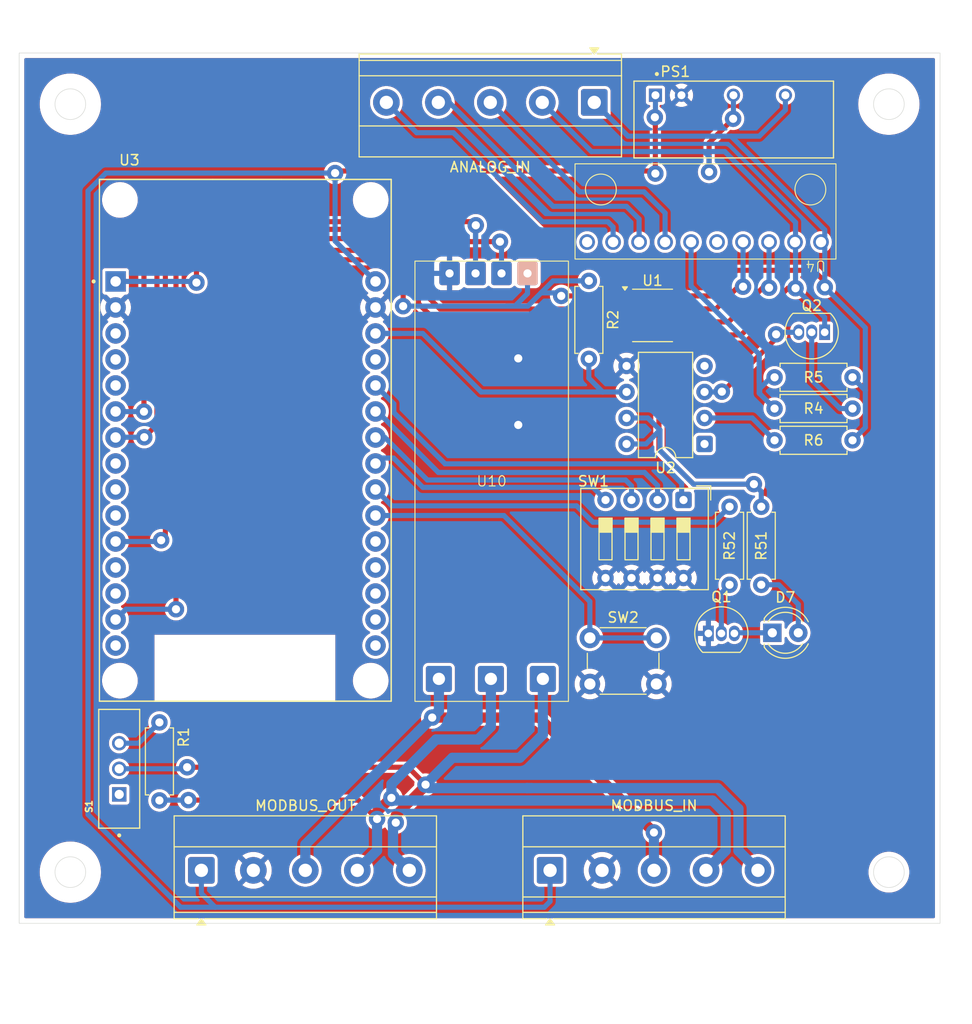
<source format=kicad_pcb>
(kicad_pcb (version 20241229) (generator "pcbnew") (generator_version "9.0")
  (layers (0 "F.Cu" signal) (2 "B.Cu" signal) (13 "F.Paste" user) (15 "B.Paste" user) (5 "F.SilkS" user "F.Silkscreen") (7 "B.SilkS" user "B.Silkscreen") (1 "F.Mask" user) (3 "B.Mask" user) (25 "Edge.Cuts" user))
  (net 0 "")
  (net 1 "Net-(D7-K)")
  (net 2 "Net-(D7-A)")
  (net 3 "GND")
  (net 4 "GND_T")
  (net 5 "5V")
  (net 6 "485+")
  (net 7 "485-")
  (net 8 "SIGNAL_OUT2")
  (net 9 "SIGNAL_OUT3")
  (net 10 "SIGNAL_OUT1")
  (net 11 "Net-(Q1-B)")
  (net 12 "3V3")
  (net 13 "LED")
  (net 14 "DIP_1")
  (net 15 "DIP_3")
  (net 16 "DIP_4")
  (net 17 "DIP_2")
  (net 18 "BUTTOM")
  (net 21 "ALE")
  (net 25 "TX")
  (net 29 "RX")
  (net 34 "SCL")
  (net 35 "SDA")
  (net 37 "SDA_H")
  (net 39 "ALE_H")
  (net 41 "SCL_H")
  (net 42 "5V_ISO")
  (net 43 "GND_ISO")
  (net 44 "Net-(R1-Pad1)")
  (net 48 "Net-(Q2-C)")
  (net 49 "Net-(Q2-B)")
  (net 50 "Net-(U2-A)")
  (footprint "xy-017:XY-017" (layer "F.Cu") (at 145.505 92 -90)
    (property "Reference" "U10" (at 0 7.45 0) (layer "F.SilkS") (effects (font (thickness 0.1))))
    (property "Value" "RS485_TRANSCEIVER")
    (pad "1" thru_hole roundrect (at -20.3 3.95 270) (size 2.3 2) (drill 0.8) (layers "*.Cu" "*.Mask" "B.SilkS") (roundrect_rratio 0.125) (net 12 "3V3"))
    (pad "2" thru_hole roundrect (at -20.3 6.49 270) (size 2.3 2) (drill 0.8) (layers "*.Cu" "*.Mask") (roundrect_rratio 0.125) (net 25 "TX"))
    (pad "3" thru_hole roundrect (at -20.3 9.03 270) (size 2.3 2) (drill 0.8) (layers "*.Cu" "*.Mask") (roundrect_rratio 0.125) (net 29 "RX"))
    (pad "4" thru_hole roundrect (at -20.3 11.57 270) (size 2.3 2) (drill 0.8) (layers "*.Cu" "*.Mask") (roundrect_rratio 0.125) (net 3 "GND"))
    (pad "5" thru_hole roundrect (at 19.3 2.45 270) (size 2.54 2.54) (drill 1.2) (layers "*.Cu" "*.Mask") (roundrect_rratio 0.09842519685) (net 6 "485+"))
    (pad "6" thru_hole roundrect (at 19.3 7.53 270) (size 2.54 2.54) (drill 1.2) (layers "*.Cu" "*.Mask") (roundrect_rratio 0.09842519685) (net 7 "485-"))
    (pad "7" thru_hole roundrect (at 19.3 12.61 270) (size 2.54 2.54) (drill 1.2) (layers "*.Cu" "*.Mask") (roundrect_rratio 0.09842519685) (net 4 "GND_T"))
  )
  (footprint "Resistor_THT:R_Axial_DIN0207_L6.3mm_D2.5mm_P7.62mm_Horizontal" (layer "F.Cu") (at 105.58 115.55 -90)
    (property "Reference" "R1" (at 1.45 -2.37 90) (layer "F.SilkS"))
    (property "Value" "330")
    (pad "1" thru_hole circle (at 0 0 270) (size 1.6 1.6) (drill 0.8) (layers "*.Cu" "*.Mask") (net 44 "Net-(R1-Pad1)"))
    (pad "2" thru_hole circle (at 7.62 0 270) (size 1.6 1.6) (drill 0.8) (layers "*.Cu" "*.Mask") (net 7 "485-"))
  )
  (footprint "Button_Switch_THT:SW_PUSH_6mm" (layer "F.Cu") (at 147.65 107.3)
    (property "Reference" "SW2" (at 3.25 -2 0) (layer "F.SilkS"))
    (property "Value" "SW_Push")
    (pad "1" thru_hole circle (at 0 0 90) (size 2 2) (drill 1.1) (layers "*.Cu" "*.Mask") (net 18 "BUTTOM"))
    (pad "1" thru_hole circle (at 6.5 0 90) (size 2 2) (drill 1.1) (layers "*.Cu" "*.Mask") (net 18 "BUTTOM"))
    (pad "2" thru_hole circle (at 0 4.5 90) (size 2 2) (drill 1.1) (layers "*.Cu" "*.Mask") (net 3 "GND"))
    (pad "2" thru_hole circle (at 6.5 4.5 90) (size 2 2) (drill 1.1) (layers "*.Cu" "*.Mask") (net 3 "GND"))
  )
  (footprint "Resistor_THT:R_Axial_DIN0207_L6.3mm_D2.5mm_P7.62mm_Horizontal" (layer "F.Cu") (at 147.55 72.43 -90)
    (property "Reference" "R2" (at 3.81 -2.37 90) (layer "F.SilkS"))
    (property "Value" "4.7K")
    (pad "1" thru_hole circle (at 0 0 270) (size 1.6 1.6) (drill 0.8) (layers "*.Cu" "*.Mask") (net 12 "3V3"))
    (pad "2" thru_hole circle (at 7.62 0 270) (size 1.6 1.6) (drill 0.8) (layers "*.Cu" "*.Mask") (net 21 "ALE"))
  )
  (footprint "Resistor_THT:R_Axial_DIN0207_L6.3mm_D2.5mm_P7.62mm_Horizontal" (layer "F.Cu") (at 173.32 84.9 180)
    (property "Reference" "R4" (at 3.81 0 0) (layer "F.SilkS"))
    (property "Value" "4.7K")
    (pad "1" thru_hole circle (at 0 0 180) (size 1.6 1.6) (drill 0.8) (layers "*.Cu" "*.Mask") (net 49 "Net-(Q2-B)"))
    (pad "2" thru_hole circle (at 7.62 0 180) (size 1.6 1.6) (drill 0.8) (layers "*.Cu" "*.Mask") (net 39 "ALE_H"))
  )
  (footprint "DC-DC:CONV_TMH_0505S" (layer "F.Cu") (at 161.71 56.673)
    (property "Reference" "PS1" (at -5.71 -4.673 0) (layer "F.SilkS"))
    (property "Value" "TMH_0505S")
    (pad "1" thru_hole rect (at -7.65 -2.373) (size 1.288 1.288) (drill 0.78) (layers "*.Cu" "*.Mask") (net 5 "5V"))
    (pad "2" thru_hole circle (at -5.11 -2.373) (size 1.288 1.288) (drill 0.78) (layers "*.Cu" "*.Mask") (net 3 "GND"))
    (pad "4" thru_hole circle (at -0.03 -2.373) (size 1.288 1.288) (drill 0.78) (layers "*.Cu" "*.Mask") (net 43 "GND_ISO"))
    (pad "6" thru_hole circle (at 5.05 -2.373) (size 1.288 1.288) (drill 0.78) (layers "*.Cu" "*.Mask") (net 42 "5V_ISO"))
  )
  (footprint "Resistor_THT:R_Axial_DIN0207_L6.3mm_D2.5mm_P7.62mm_Horizontal" (layer "F.Cu") (at 173.32 88 180)
    (property "Reference" "R6" (at 3.81 0 0) (layer "F.SilkS"))
    (property "Value" "330")
    (pad "1" thru_hole circle (at 0 0 180) (size 1.6 1.6) (drill 0.8) (layers "*.Cu" "*.Mask") (net 42 "5V_ISO"))
    (pad "2" thru_hole circle (at 7.62 0 180) (size 1.6 1.6) (drill 0.8) (layers "*.Cu" "*.Mask") (net 50 "Net-(U2-A)"))
  )
  (footprint "MINI-SPDT-SW:SW_MINI-SPDT-SW" (layer "F.Cu") (at 101.65 120.0825 90)
    (property "Reference" "S1" (at -3.683 -2.9464 90) (layer "F.SilkS") (effects (font (size 0.64 0.64))))
    (property "Value" "MINI-SPDT-SW")
    (pad "1" thru_hole rect (at -2.5 0 90) (size 1.408 1.408) (drill 0.9) (layers "*.Cu" "*.Mask"))
    (pad "2" thru_hole circle (at 0 0 90) (size 1.408 1.408) (drill 0.9) (layers "*.Cu" "*.Mask") (net 6 "485+"))
    (pad "3" thru_hole circle (at 2.5 0 90) (size 1.408 1.408) (drill 0.9) (layers "*.Cu" "*.Mask") (net 44 "Net-(R1-Pad1)"))
  )
  (footprint "LED_THT:LED_D4.0mm" (layer "F.Cu") (at 165.48 106.8)
    (property "Reference" "D7" (at 1.27 -3.46 0) (layer "F.SilkS"))
    (property "Value" "LED")
    (pad "1" thru_hole rect (at 0 0) (size 1.8 1.8) (drill 0.9) (layers "*.Cu" "*.Mask") (net 1 "Net-(D7-K)"))
    (pad "2" thru_hole circle (at 2.54 0) (size 1.8 1.8) (drill 0.9) (layers "*.Cu" "*.Mask") (net 2 "Net-(D7-A)"))
  )
  (footprint "Resistor_THT:R_Axial_DIN0207_L6.3mm_D2.5mm_P7.62mm_Horizontal" (layer "F.Cu") (at 173.32 81.85 180)
    (property "Reference" "R5" (at 3.81 0 0) (layer "F.SilkS"))
    (property "Value" "10K")
    (pad "1" thru_hole circle (at 0 0 180) (size 1.6 1.6) (drill 0.8) (layers "*.Cu" "*.Mask") (net 42 "5V_ISO"))
    (pad "2" thru_hole circle (at 7.62 0 180) (size 1.6 1.6) (drill 0.8) (layers "*.Cu" "*.Mask") (net 39 "ALE_H"))
  )
  (footprint "Resistor_THT:R_Axial_DIN0207_L6.3mm_D2.5mm_P7.62mm_Horizontal" (layer "F.Cu") (at 164.4 94.49 -90)
    (property "Reference" "R51" (at 3.81 0 90) (layer "F.SilkS"))
    (property "Value" "330")
    (pad "1" thru_hole circle (at 0 0 270) (size 1.6 1.6) (drill 0.8) (layers "*.Cu" "*.Mask") (net 5 "5V"))
    (pad "2" thru_hole circle (at 7.62 0 270) (size 1.6 1.6) (drill 0.8) (layers "*.Cu" "*.Mask") (net 2 "Net-(D7-A)"))
  )
  (footprint "TerminalBlock_Phoenix:TerminalBlock_Phoenix_MKDS-1,5-5-5.08_1x05_P5.08mm_Horizontal" (layer "F.Cu") (at 148.08 55 180)
    (property "Reference" "ANALOG_IN" (at 10.16 -6.32 0) (layer "F.SilkS"))
    (property "Value" "SCREW_TERMINAL_5")
    (pad "1" thru_hole roundrect (at 0 0 180) (size 2.6 2.6) (drill 1.3) (layers "*.Cu" "*.Mask") (roundrect_rratio 0.096154) (net 42 "5V_ISO"))
    (pad "2" thru_hole circle (at 5.08 0 180) (size 2.6 2.6) (drill 1.3) (layers "*.Cu" "*.Mask") (net 43 "GND_ISO"))
    (pad "3" thru_hole circle (at 10.16 0 180) (size 2.6 2.6) (drill 1.3) (layers "*.Cu" "*.Mask") (net 10 "SIGNAL_OUT1"))
    (pad "4" thru_hole circle (at 15.24 0 180) (size 2.6 2.6) (drill 1.3) (layers "*.Cu" "*.Mask") (net 8 "SIGNAL_OUT2"))
    (pad "5" thru_hole circle (at 20.32 0 180) (size 2.6 2.6) (drill 1.3) (layers "*.Cu" "*.Mask") (net 9 "SIGNAL_OUT3"))
  )
  (footprint "Package_DIP:DIP-8_W7.62mm" (layer "F.Cu") (at 158.855 88.36 180)
    (property "Reference" "U2" (at 3.81 -2.33 0) (layer "F.SilkS"))
    (property "Value" "6N137")
    (pad "1" thru_hole roundrect (at 0 0 180) (size 1.6 1.6) (drill 0.8) (layers "*.Cu" "*.Mask") (roundrect_rratio 0.15625))
    (pad "2" thru_hole circle (at 0 2.54 180) (size 1.6 1.6) (drill 0.8) (layers "*.Cu" "*.Mask") (net 50 "Net-(U2-A)"))
    (pad "3" thru_hole circle (at 0 5.08 180) (size 1.6 1.6) (drill 0.8) (layers "*.Cu" "*.Mask") (net 48 "Net-(Q2-C)"))
    (pad "4" thru_hole circle (at 0 7.62 180) (size 1.6 1.6) (drill 0.8) (layers "*.Cu" "*.Mask"))
    (pad "5" thru_hole circle (at 7.62 7.62 180) (size 1.6 1.6) (drill 0.8) (layers "*.Cu" "*.Mask") (net 3 "GND"))
    (pad "6" thru_hole circle (at 7.62 5.08 180) (size 1.6 1.6) (drill 0.8) (layers "*.Cu" "*.Mask") (net 21 "ALE"))
    (pad "7" thru_hole circle (at 7.62 2.54 180) (size 1.6 1.6) (drill 0.8) (layers "*.Cu" "*.Mask") (net 5 "5V"))
    (pad "8" thru_hole circle (at 7.62 0 180) (size 1.6 1.6) (drill 0.8) (layers "*.Cu" "*.Mask") (net 5 "5V"))
  )
  (footprint "Package_TO_SOT_THT:TO-92_Inline" (layer "F.Cu") (at 170.6 77.45 180)
    (property "Reference" "Q2" (at 1.27 2.6 0) (layer "F.SilkS"))
    (property "Value" "PN2222A")
    (pad "1" thru_hole rect (at 0 0 180) (size 1.05 1.5) (drill 0.75) (layers "*.Cu" "*.Mask") (net 43 "GND_ISO"))
    (pad "2" thru_hole oval (at 1.27 0 180) (size 1.05 1.5) (drill 0.75) (layers "*.Cu" "*.Mask") (net 49 "Net-(Q2-B)"))
    (pad "3" thru_hole oval (at 2.54 0 180) (size 1.05 1.5) (drill 0.75) (layers "*.Cu" "*.Mask") (net 48 "Net-(Q2-C)"))
  )
  (footprint "ads1015:ADS1015" (layer "F.Cu") (at 159.45 74.3 180)
    (property "Reference" "U4" (at -10.28 3.35 180) (layer "F.SilkS") (effects (font (thickness 0.1))))
    (property "Value" "ADS1015")
    (pad "1" thru_hole circle (at -0.63 5.66 180) (size 1.524 1.524) (drill 1.016) (layers "*.Cu" "*.Mask"))
    (pad "2" thru_hole circle (at 1.91 5.66 180) (size 1.524 1.524) (drill 1.016) (layers "*.Cu" "*.Mask") (net 39 "ALE_H"))
    (pad "3" thru_hole circle (at -8.25 5.66 180) (size 1.524 1.524) (drill 1.016) (layers "*.Cu" "*.Mask") (net 43 "GND_ISO"))
    (pad "4" thru_hole circle (at 4.45 5.66 180) (size 1.524 1.524) (drill 1.016) (layers "*.Cu" "*.Mask") (net 10 "SIGNAL_OUT1"))
    (pad "5" thru_hole circle (at 6.99 5.66 180) (size 1.524 1.524) (drill 1.016) (layers "*.Cu" "*.Mask") (net 8 "SIGNAL_OUT2"))
    (pad "6" thru_hole circle (at 9.53 5.66 180) (size 1.524 1.524) (drill 1.016) (layers "*.Cu" "*.Mask") (net 9 "SIGNAL_OUT3"))
    (pad "7" thru_hole circle (at 12.07 5.66 180) (size 1.524 1.524) (drill 1.016) (layers "*.Cu" "*.Mask"))
    (pad "8" thru_hole circle (at -10.79 5.66 180) (size 1.524 1.524) (drill 1.016) (layers "*.Cu" "*.Mask") (net 42 "5V_ISO"))
    (pad "9" thru_hole circle (at -3.17 5.66 180) (size 1.524 1.524) (drill 1.016) (layers "*.Cu" "*.Mask") (net 37 "SDA_H"))
    (pad "10" thru_hole circle (at -5.71 5.66 180) (size 1.524 1.524) (drill 1.016) (layers "*.Cu" "*.Mask") (net 41 "SCL_H"))
  )
  (footprint "TerminalBlock_Phoenix:TerminalBlock_Phoenix_MKDS-1,5-5-5.08_1x05_P5.08mm_Horizontal" (layer "F.Cu") (at 143.76 130)
    (property "Reference" "MODBUS_IN" (at 10.16 -6.32 0) (layer "F.SilkS"))
    (property "Value" "SCREW_TERMINAL_5")
    (pad "1" thru_hole roundrect (at 0 0) (size 2.6 2.6) (drill 1.3) (layers "*.Cu" "*.Mask") (roundrect_rratio 0.096154) (net 5 "5V"))
    (pad "2" thru_hole circle (at 5.08 0) (size 2.6 2.6) (drill 1.3) (layers "*.Cu" "*.Mask") (net 3 "GND"))
    (pad "3" thru_hole circle (at 10.16 0) (size 2.6 2.6) (drill 1.3) (layers "*.Cu" "*.Mask") (net 4 "GND_T"))
    (pad "4" thru_hole circle (at 15.24 0) (size 2.6 2.6) (drill 1.3) (layers "*.Cu" "*.Mask") (net 7 "485-"))
    (pad "5" thru_hole circle (at 20.32 0) (size 2.6 2.6) (drill 1.3) (layers "*.Cu" "*.Mask") (net 6 "485+"))
  )
  (footprint "ESP32-DEVKIT-V1:MODULE_ESP32_DEVKIT_V1" (layer "F.Cu") (at 114 88)
    (property "Reference" "U3" (at -11.355 -27.36 0) (layer "F.SilkS"))
    (property "Value" "ESP32-DEVKIT-V1")
    (pad "" np_thru_hole circle (at -12.28 -23.475) (size 3 3) (drill 3) (layers "*.Cu" "*.Mask"))
    (pad "" np_thru_hole circle (at -12.28 23.475) (size 3 3) (drill 3) (layers "*.Cu" "*.Mask"))
    (pad "" np_thru_hole circle (at 12.23 -23.475) (size 3 3) (drill 3) (layers "*.Cu" "*.Mask"))
    (pad "" np_thru_hole circle (at 12.23 23.475) (size 3 3) (drill 3) (layers "*.Cu" "*.Mask"))
    (pad "1" thru_hole rect (at -12.7 -15.515) (size 2 2) (drill 1.02) (layers "*.Cu" "*.Mask") (net 12 "3V3"))
    (pad "2" thru_hole circle (at -12.7 -12.975) (size 2 2) (drill 1.02) (layers "*.Cu" "*.Mask") (net 3 "GND"))
    (pad "3" thru_hole circle (at -12.7 -10.435) (size 2 2) (drill 1.02) (layers "*.Cu" "*.Mask"))
    (pad "4" thru_hole circle (at -12.7 -7.895) (size 2 2) (drill 1.02) (layers "*.Cu" "*.Mask"))
    (pad "5" thru_hole circle (at -12.7 -5.355) (size 2 2) (drill 1.02) (layers "*.Cu" "*.Mask"))
    (pad "6" thru_hole circle (at -12.7 -2.815) (size 2 2) (drill 1.02) (layers "*.Cu" "*.Mask") (net 29 "RX"))
    (pad "7" thru_hole circle (at -12.7 -0.275) (size 2 2) (drill 1.02) (layers "*.Cu" "*.Mask") (net 25 "TX"))
    (pad "8" thru_hole circle (at -12.7 2.265) (size 2 2) (drill 1.02) (layers "*.Cu" "*.Mask"))
    (pad "9" thru_hole circle (at -12.7 4.805) (size 2 2) (drill 1.02) (layers "*.Cu" "*.Mask"))
    (pad "10" thru_hole circle (at -12.7 7.345) (size 2 2) (drill 1.02) (layers "*.Cu" "*.Mask"))
    (pad "11" thru_hole circle (at -12.7 9.885) (size 2 2) (drill 1.02) (layers "*.Cu" "*.Mask") (net 35 "SDA"))
    (pad "12" thru_hole circle (at -12.7 12.425) (size 2 2) (drill 1.02) (layers "*.Cu" "*.Mask"))
    (pad "13" thru_hole circle (at -12.7 14.965) (size 2 2) (drill 1.02) (layers "*.Cu" "*.Mask"))
    (pad "14" thru_hole circle (at -12.7 17.505) (size 2 2) (drill 1.02) (layers "*.Cu" "*.Mask") (net 34 "SCL"))
    (pad "15" thru_hole circle (at -12.7 20.045) (size 2 2) (drill 1.02) (layers "*.Cu" "*.Mask"))
    (pad "16" thru_hole circle (at 12.7 20.045) (size 2 2) (drill 1.02) (layers "*.Cu" "*.Mask"))
    (pad "17" thru_hole circle (at 12.7 17.505) (size 2 2) (drill 1.02) (layers "*.Cu" "*.Mask"))
    (pad "18" thru_hole circle (at 12.7 14.965) (size 2 2) (drill 1.02) (layers "*.Cu" "*.Mask"))
    (pad "19" thru_hole circle (at 12.7 12.425) (size 2 2) (drill 1.02) (layers "*.Cu" "*.Mask"))
    (pad "20" thru_hole circle (at 12.7 9.885) (size 2 2) (drill 1.02) (layers "*.Cu" "*.Mask"))
    (pad "21" thru_hole circle (at 12.7 7.345) (size 2 2) (drill 1.02) (layers "*.Cu" "*.Mask") (net 18 "BUTTOM"))
    (pad "22" thru_hole circle (at 12.7 4.805) (size 2 2) (drill 1.02) (layers "*.Cu" "*.Mask") (net 13 "LED"))
    (pad "23" thru_hole circle (at 12.7 2.265) (size 2 2) (drill 1.02) (layers "*.Cu" "*.Mask") (net 16 "DIP_4"))
    (pad "24" thru_hole circle (at 12.7 -0.275) (size 2 2) (drill 1.02) (layers "*.Cu" "*.Mask") (net 15 "DIP_3"))
    (pad "25" thru_hole circle (at 12.7 -2.815) (size 2 2) (drill 1.02) (layers "*.Cu" "*.Mask") (net 17 "DIP_2"))
    (pad "26" thru_hole circle (at 12.7 -5.355) (size 2 2) (drill 1.02) (layers "*.Cu" "*.Mask") (net 14 "DIP_1"))
    (pad "27" thru_hole circle (at 12.7 -7.895) (size 2 2) (drill 1.02) (layers "*.Cu" "*.Mask"))
    (pad "28" thru_hole circle (at 12.7 -10.435) (size 2 2) (drill 1.02) (layers "*.Cu" "*.Mask") (net 21 "ALE"))
    (pad "29" thru_hole circle (at 12.7 -12.975) (size 2 2) (drill 1.02) (layers "*.Cu" "*.Mask") (net 3 "GND"))
    (pad "30" thru_hole circle (at 12.7 -15.515) (size 2 2) (drill 1.02) (layers "*.Cu" "*.Mask") (net 5 "5V"))
    (zone (net 0) (net_name "") (layer "F.Cu") (connect_pads (clearance 0)) (min_thickness 0.01)
      (keepout (tracks not_allowed) (vias not_allowed) (pads not_allowed) (copperpour not_allowed) (footprints allowed))
      (fill (thermal_gap 0.508) (thermal_bridge_width 0.508))
      (polygon (pts (xy 105.09 106.985) (xy 122.78 106.985) (xy 122.78 113.475) (xy 105.09 113.475)))
    )
    (zone (net 0) (net_name "") (layer "B.Cu") (connect_pads (clearance 0)) (min_thickness 0.01)
      (keepout (tracks not_allowed) (vias not_allowed) (pads not_allowed) (copperpour not_allowed) (footprints allowed))
      (fill (thermal_gap 0.508) (thermal_bridge_width 0.508))
      (polygon (pts (xy 105.09 106.985) (xy 122.78 106.985) (xy 122.78 113.475) (xy 105.09 113.475)))
    )
  )
  (footprint "Package_TO_SOT_THT:TO-92_Inline" (layer "F.Cu") (at 159.23 106.86)
    (property "Reference" "Q1" (at 1.27 -3.56 0) (layer "F.SilkS"))
    (property "Value" "PN2222A")
    (pad "1" thru_hole rect (at 0 0) (size 1.05 1.5) (drill 0.75) (layers "*.Cu" "*.Mask") (net 3 "GND"))
    (pad "2" thru_hole oval (at 1.27 0) (size 1.05 1.5) (drill 0.75) (layers "*.Cu" "*.Mask") (net 11 "Net-(Q1-B)"))
    (pad "3" thru_hole oval (at 2.54 0) (size 1.05 1.5) (drill 0.75) (layers "*.Cu" "*.Mask") (net 1 "Net-(D7-K)"))
  )
  (footprint "Button_Switch_THT:SW_DIP_SPSTx04_Slide_9.78x12.34mm_W7.62mm_P2.54mm" (layer "F.Cu") (at 156.8 93.83 -90)
    (property "Reference" "SW1" (at -1.83 8.8 180) (layer "F.SilkS"))
    (property "Value" "SW_DIP_x04")
    (pad "1" thru_hole roundrect (at 0 0 270) (size 1.6 1.6) (drill 0.8) (layers "*.Cu" "*.Mask") (roundrect_rratio 0.15625) (net 14 "DIP_1"))
    (pad "2" thru_hole circle (at 0 2.54 270) (size 1.6 1.6) (drill 0.8) (layers "*.Cu" "*.Mask") (net 17 "DIP_2"))
    (pad "3" thru_hole circle (at 0 5.08 270) (size 1.6 1.6) (drill 0.8) (layers "*.Cu" "*.Mask") (net 15 "DIP_3"))
    (pad "4" thru_hole circle (at 0 7.62 270) (size 1.6 1.6) (drill 0.8) (layers "*.Cu" "*.Mask") (net 16 "DIP_4"))
    (pad "5" thru_hole circle (at 7.62 7.62 270) (size 1.6 1.6) (drill 0.8) (layers "*.Cu" "*.Mask") (net 3 "GND"))
    (pad "6" thru_hole circle (at 7.62 5.08 270) (size 1.6 1.6) (drill 0.8) (layers "*.Cu" "*.Mask") (net 3 "GND"))
    (pad "7" thru_hole circle (at 7.62 2.54 270) (size 1.6 1.6) (drill 0.8) (layers "*.Cu" "*.Mask") (net 3 "GND"))
    (pad "8" thru_hole circle (at 7.62 0 270) (size 1.6 1.6) (drill 0.8) (layers "*.Cu" "*.Mask") (net 3 "GND"))
  )
  (footprint "Package_SO:SOIC-8_3.9x4.9mm_P1.27mm" (layer "F.Cu") (at 153.775 75.805)
    (property "Reference" "U1" (at 0 -3.4 0) (layer "F.SilkS"))
    (property "Value" "ADuM1201AR")
    (pad "1" smd roundrect (at -2.475 -1.905) (size 1.95 0.6) (layers "F.Cu" "F.Mask" "F.Paste") (net 12 "3V3"))
    (pad "2" smd roundrect (at -2.475 -0.635) (size 1.95 0.6) (layers "F.Cu" "F.Mask" "F.Paste") (net 35 "SDA"))
    (pad "3" smd roundrect (at -2.475 0.635) (size 1.95 0.6) (layers "F.Cu" "F.Mask" "F.Paste") (net 34 "SCL"))
    (pad "4" smd roundrect (at -2.475 1.905) (size 1.95 0.6) (layers "F.Cu" "F.Mask" "F.Paste") (net 3 "GND"))
    (pad "5" smd roundrect (at 2.475 1.905) (size 1.95 0.6) (layers "F.Cu" "F.Mask" "F.Paste") (net 43 "GND_ISO"))
    (pad "6" smd roundrect (at 2.475 0.635) (size 1.95 0.6) (layers "F.Cu" "F.Mask" "F.Paste") (net 41 "SCL_H"))
    (pad "7" smd roundrect (at 2.475 -0.635) (size 1.95 0.6) (layers "F.Cu" "F.Mask" "F.Paste") (net 37 "SDA_H"))
    (pad "8" smd roundrect (at 2.475 -1.905) (size 1.95 0.6) (layers "F.Cu" "F.Mask" "F.Paste") (net 42 "5V_ISO"))
  )
  (footprint "TerminalBlock_Phoenix:TerminalBlock_Phoenix_MKDS-1,5-5-5.08_1x05_P5.08mm_Horizontal" (layer "F.Cu") (at 109.68 130)
    (property "Reference" "MODBUS_OUT" (at 10.16 -6.32 0) (layer "F.SilkS"))
    (property "Value" "SCREW_TERMINAL_5")
    (pad "1" thru_hole roundrect (at 0 0) (size 2.6 2.6) (drill 1.3) (layers "*.Cu" "*.Mask") (roundrect_rratio 0.096154) (net 5 "5V"))
    (pad "2" thru_hole circle (at 5.08 0) (size 2.6 2.6) (drill 1.3) (layers "*.Cu" "*.Mask") (net 3 "GND"))
    (pad "3" thru_hole circle (at 10.16 0) (size 2.6 2.6) (drill 1.3) (layers "*.Cu" "*.Mask") (net 4 "GND_T"))
    (pad "4" thru_hole circle (at 15.24 0) (size 2.6 2.6) (drill 1.3) (layers "*.Cu" "*.Mask") (net 7 "485-"))
    (pad "5" thru_hole circle (at 20.32 0) (size 2.6 2.6) (drill 1.3) (layers "*.Cu" "*.Mask") (net 6 "485+"))
  )
  (footprint "Resistor_THT:R_Axial_DIN0207_L6.3mm_D2.5mm_P7.62mm_Horizontal" (layer "F.Cu") (at 161.3 102.11 90)
    (property "Reference" "R52" (at 3.81 0 90) (layer "F.SilkS"))
    (property "Value" "3.3k")
    (pad "1" thru_hole circle (at 0 0 90) (size 1.6 1.6) (drill 0.8) (layers "*.Cu" "*.Mask") (net 11 "Net-(Q1-B)"))
    (pad "2" thru_hole circle (at 7.62 0 90) (size 1.6 1.6) (drill 0.8) (layers "*.Cu" "*.Mask") (net 13 "LED"))
  )
  (gr_rect (start 91.875 50.175) (end 181.875 135.175) (stroke (width 0.05)) (fill no) (layer "Edge.Cuts"))
  (gr_circle (center 176.875 130.175) (end 175.375 130.175) (stroke (width 0.05)) (fill no) (layer "Edge.Cuts"))
  (gr_circle (center 96.875 130.175) (end 95.375 130.175) (stroke (width 0.05)) (fill no) (layer "Edge.Cuts"))
  (gr_circle (center 176.875 55.175) (end 175.375 55.175) (stroke (width 0.05)) (fill no) (layer "Edge.Cuts"))
  (gr_circle (center 96.875 55.175) (end 95.375 55.175) (stroke (width 0.05)) (fill no) (layer "Edge.Cuts"))
  (segment (start 165.48 106.8) (end 161.83 106.8) (width 0.5) (layer "B.Cu") (net 1))
  (segment (start 161.83 106.8) (end 161.77 106.86) (width 0.5) (layer "B.Cu") (net 1))
  (segment (start 164.4 102.11) (end 166.11 102.11) (width 0.5) (layer "B.Cu") (net 2))
  (segment (start 168.02 104.02) (end 168.02 106.8) (width 0.5) (layer "B.Cu") (net 2))
  (segment (start 166.11 102.11) (end 168.02 104.02) (width 0.5) (layer "B.Cu") (net 2))
  (via (at 140.65 86.5) (size 1.6) (drill 0.8) (layers "F.Cu" "B.Cu") (net 3))
  (via (at 140.65 80) (size 1.6) (drill 0.8) (layers "F.Cu" "B.Cu") (net 3))
  (segment (start 153.98 126.37) (end 153.91 126.3) (width 1) (layer "F.Cu") (net 4))
  (segment (start 142.69 115.08) (end 132.24 115.08) (width 1) (layer "F.Cu") (net 4))
  (segment (start 153.91 126.3) (end 142.69 115.08) (width 1) (layer "F.Cu") (net 4))
  (via (at 132.24 115.08) (size 1.6) (drill 0.8) (layers "F.Cu" "B.Cu") (net 4))
  (via (at 153.91 126.3) (size 1.6) (drill 0.8) (layers "F.Cu" "B.Cu") (net 4))
  (segment (start 153.91 126.3) (end 153.91 129.99) (width 1) (layer "B.Cu") (net 4))
  (segment (start 130.81 116.51) (end 132.24 115.08) (width 1) (layer "B.Cu") (net 4))
  (segment (start 119.84 130) (end 119.84 127.48) (width 1) (layer "B.Cu") (net 4))
  (segment (start 132.895 114.425) (end 130.81 116.51) (width 1) (layer "B.Cu") (net 4))
  (segment (start 153.91 129.99) (end 153.92 130) (width 1) (layer "B.Cu") (net 4))
  (segment (start 119.84 127.48) (end 130.81 116.51) (width 1) (layer "B.Cu") (net 4))
  (segment (start 132.895 111.3) (end 132.895 114.425) (width 1) (layer "B.Cu") (net 4))
  (segment (start 132.895 114.425) (end 132.24 115.08) (width 1) (layer "B.Cu") (net 4))
  (segment (start 152 70.5) (end 154.4 72.9) (width 0.5) (layer "F.Cu") (net 5))
  (segment (start 134.35 61.7) (end 122.95 61.7) (width 0.5) (layer "F.Cu") (net 5))
  (segment (start 134.35 61.7) (end 136.85 61.7) (width 0.5) (layer "F.Cu") (net 5))
  (segment (start 134.35 61.7) (end 134.576594 61.7) (width 0.5) (layer "F.Cu") (net 5))
  (segment (start 154.4 72.9) (end 154.4 88.9) (width 0.5) (layer "F.Cu") (net 5))
  (segment (start 154.05 56.5) (end 154 56.45) (width 0.5) (layer "F.Cu") (net 5))
  (segment (start 122.95 61.7) (end 122.75 61.9) (width 0.5) (layer "F.Cu") (net 5))
  (segment (start 157.78 92.28) (end 163.68 92.28) (width 0.5) (layer "F.Cu") (net 5))
  (segment (start 154.4 88.9) (end 157.78 92.28) (width 0.5) (layer "F.Cu") (net 5))
  (segment (start 153.8 61.7) (end 154.05 61.95) (width 0.5) (layer "F.Cu") (net 5))
  (segment (start 145.65 70.5) (end 152 70.5) (width 0.5) (layer "F.Cu") (net 5))
  (segment (start 136.85 61.7) (end 145.65 70.5) (width 0.5) (layer "F.Cu") (net 5))
  (segment (start 136.85 61.7) (end 153.8 61.7) (width 0.5) (layer "F.Cu") (net 5))
  (segment (start 154.05 61.95) (end 154.05 56.5) (width 0.5) (layer "F.Cu") (net 5))
  (via (at 163.68 92.28) (size 1.6) (drill 0.8) (layers "F.Cu" "B.Cu") (net 5))
  (via (at 154.05 61.95) (size 1.6) (drill 0.8) (layers "F.Cu" "B.Cu") (net 5))
  (via (at 122.75 61.9) (size 1.6) (drill 0.8) (layers "F.Cu" "B.Cu") (net 5))
  (via (at 154 56.45) (size 1.6) (drill 0.8) (layers "F.Cu" "B.Cu") (net 5))
  (segment (start 164.4 93) (end 163.68 92.28) (width 0.5) (layer "B.Cu") (net 5))
  (segment (start 154.5 87) (end 154.5 89) (width 0.5) (layer "B.Cu") (net 5))
  (segment (start 154.06 56.39) (end 154 56.45) (width 0.5) (layer "B.Cu") (net 5))
  (segment (start 111.03 133.6) (end 109.68 132.25) (width 0.5) (layer "B.Cu") (net 5))
  (segment (start 154.06 54.3) (end 154.06 56.39) (width 0.5) (layer "B.Cu") (net 5))
  (segment (start 126.7 72.485) (end 122.75 68.535) (width 0.5) (layer "B.Cu") (net 5))
  (segment (start 100.35 61.9) (end 98.6 63.65) (width 0.5) (layer "B.Cu") (net 5))
  (segment (start 154.5 89) (end 157.78 92.28) (width 0.5) (layer "B.Cu") (net 5))
  (segment (start 143.76 133.04) (end 143.2 133.6) (width 0.5) (layer "B.Cu") (net 5))
  (segment (start 154.5 87) (end 153.14 88.36) (width 0.5) (layer "B.Cu") (net 5))
  (segment (start 107.65 133.6) (end 111.03 133.6) (width 0.5) (layer "B.Cu") (net 5))
  (segment (start 151.235 85.82) (end 153.32 85.82) (width 0.5) (layer "B.Cu") (net 5))
  (segment (start 98.6 63.65) (end 98.6 124.55) (width 0.5) (layer "B.Cu") (net 5))
  (segment (start 164.4 94.49) (end 164.4 93) (width 0.5) (layer "B.Cu") (net 5))
  (segment (start 122.75 68.535) (end 122.75 61.9) (width 0.5) (layer "B.Cu") (net 5))
  (segment (start 143.76 130) (end 143.76 133.04) (width 0.5) (layer "B.Cu") (net 5))
  (segment (start 157.78 92.28) (end 163.68 92.28) (width 0.5) (layer "B.Cu") (net 5))
  (segment (start 98.6 124.55) (end 107.65 133.6) (width 0.5) (layer "B.Cu") (net 5))
  (segment (start 109.68 132.25) (end 109.68 130) (width 0.5) (layer "B.Cu") (net 5))
  (segment (start 122.75 61.9) (end 100.35 61.9) (width 0.5) (layer "B.Cu") (net 5))
  (segment (start 153.32 85.82) (end 153.5 86) (width 0.5) (layer "B.Cu") (net 5))
  (segment (start 153.14 88.36) (end 151.235 88.36) (width 0.5) (layer "B.Cu") (net 5))
  (segment (start 153.5 86) (end 154.5 87) (width 0.5) (layer "B.Cu") (net 5))
  (segment (start 143.2 133.6) (end 111.03 133.6) (width 0.5) (layer "B.Cu") (net 5))
  (segment (start 131.59 121.63) (end 129.89 119.93) (width 0.5) (layer "F.Cu") (net 6))
  (segment (start 129.89 119.93) (end 108.29 119.93) (width 0.5) (layer "F.Cu") (net 6))
  (segment (start 131.59 121.73) (end 128.68 124.64) (width 1) (layer "F.Cu") (net 6))
  (segment (start 128.68 124.64) (end 128.68 125.34) (width 1) (layer "F.Cu") (net 6))
  (segment (start 131.59 121.63) (end 131.59 121.73) (width 1) (layer "F.Cu") (net 6))
  (via (at 131.59 121.63) (size 1.6) (drill 0.8) (layers "F.Cu" "B.Cu") (net 6))
  (via (at 108.29 119.93) (size 1.6) (drill 0.8) (layers "F.Cu" "B.Cu") (net 6))
  (via (at 128.68 125.34) (size 1.6) (drill 0.8) (layers "F.Cu" "B.Cu") (net 6))
  (segment (start 108.1375 120.0825) (end 108.29 119.93) (width 0.5) (layer "B.Cu") (net 6))
  (segment (start 128.41 128.41) (end 128.41 125.61) (width 1) (layer "B.Cu") (net 6))
  (segment (start 130 130) (end 128.41 128.41) (width 1) (layer "B.Cu") (net 6))
  (segment (start 101.65 120.0825) (end 108.1375 120.0825) (width 0.5) (layer "B.Cu") (net 6))
  (segment (start 162.172 128.092) (end 162.172 123.985) (width 1) (layer "B.Cu") (net 6))
  (segment (start 128.41 125.61) (end 128.68 125.34) (width 1) (layer "B.Cu") (net 6))
  (segment (start 160.135 121.97) (end 162.15 123.985) (width 1) (layer "B.Cu") (net 6))
  (segment (start 131.93 121.97) (end 141.48 121.97) (width 1) (layer "B.Cu") (net 6))
  (segment (start 140.79 119.01) (end 143.055 116.745) (width 1) (layer "B.Cu") (net 6))
  (segment (start 141.97 121.97) (end 141.48 121.97) (width 1) (layer "B.Cu") (net 6))
  (segment (start 131.59 121.63) (end 134.21 119.01) (width 1) (layer "B.Cu") (net 6))
  (segment (start 164.08 130) (end 162.172 128.092) (width 1) (layer "B.Cu") (net 6))
  (segment (start 141.48 121.97) (end 160.135 121.97) (width 1) (layer "B.Cu") (net 6))
  (segment (start 143.055 116.745) (end 143.055 111.3) (width 1) (layer "B.Cu") (net 6))
  (segment (start 134.21 119.01) (end 140.79 119.01) (width 1) (layer "B.Cu") (net 6))
  (segment (start 131.59 121.63) (end 131.93 121.97) (width 1) (layer "B.Cu") (net 6))
  (segment (start 143.055 111.3) (end 143.16 111.405) (width 1) (layer "B.Cu") (net 6))
  (segment (start 164.08 129.18) (end 164.08 130) (width 1) (layer "B.Cu") (net 6))
  (segment (start 128.197968 122.93) (end 128.253984 122.93) (width 1) (layer "F.Cu") (net 7))
  (segment (start 125.01 123.14) (end 108.41 123.14) (width 0.5) (layer "F.Cu") (net 7))
  (segment (start 126.85 124.98) (end 126.85 124.277968) (width 1) (layer "F.Cu") (net 7))
  (segment (start 126.85 124.277968) (end 128.197968 122.93) (width 1) (layer "F.Cu") (net 7))
  (segment (start 126.85 124.98) (end 125.01 123.14) (width 0.5) (layer "F.Cu") (net 7))
  (via (at 128.253984 122.93) (size 1.6) (drill 0.8) (layers "F.Cu" "B.Cu") (net 7))
  (via (at 108.41 123.14) (size 1.6) (drill 0.8) (layers "F.Cu" "B.Cu") (net 7))
  (via (at 126.85 124.98) (size 1.6) (drill 0.8) (layers "F.Cu" "B.Cu") (net 7))
  (segment (start 128.253984 121.573072) (end 132.607056 117.22) (width 1) (layer "B.Cu") (net 7))
  (segment (start 124.92 130) (end 126.85 128.07) (width 1) (layer "B.Cu") (net 7))
  (segment (start 159 130) (end 160.92 128.08) (width 1) (layer "B.Cu") (net 7))
  (segment (start 128.253984 122.93) (end 128.253984 121.573072) (width 1) (layer "B.Cu") (net 7))
  (segment (start 137.975 115.975) (end 137.975 111.3) (width 1) (layer "B.Cu") (net 7))
  (segment (start 160.92 124.47) (end 159.63 123.18) (width 1) (layer "B.Cu") (net 7))
  (segment (start 105.61 123.14) (end 105.58 123.17) (width 0.5) (layer "B.Cu") (net 7))
  (segment (start 136.73 117.22) (end 137.975 115.975) (width 1) (layer "B.Cu") (net 7))
  (segment (start 108.41 123.14) (end 105.61 123.14) (width 0.5) (layer "B.Cu") (net 7))
  (segment (start 160.92 128.08) (end 160.92 124.47) (width 1) (layer "B.Cu") (net 7))
  (segment (start 132.607056 117.22) (end 136.73 117.22) (width 1) (layer "B.Cu") (net 7))
  (segment (start 126.85 128.07) (end 126.85 124.98) (width 1) (layer "B.Cu") (net 7))
  (segment (start 128.503984 123.18) (end 128.253984 122.93) (width 1) (layer "B.Cu") (net 7))
  (segment (start 159.63 123.18) (end 128.503984 123.18) (width 1) (layer "B.Cu") (net 7))
  (segment (start 152.46 68.64) (end 152.46 66.39) (width 0.5) (layer "B.Cu") (net 8))
  (segment (start 133.9 55) (end 132.84 55) (width 0.5) (layer "B.Cu") (net 8))
  (segment (start 144.05 65.15) (end 133.9 55) (width 0.5) (layer "B.Cu") (net 8))
  (segment (start 151.22 65.15) (end 144.05 65.15) (width 0.5) (layer "B.Cu") (net 8))
  (segment (start 152.46 66.39) (end 151.22 65.15) (width 0.5) (layer "B.Cu") (net 8))
  (segment (start 149.92 67.18) (end 149.92 68.64) (width 0.5) (layer "B.Cu") (net 9))
  (segment (start 143.01 66.66) (end 149.4 66.66) (width 0.5) (layer "B.Cu") (net 9))
  (segment (start 149.4 66.66) (end 149.92 67.18) (width 0.5) (layer "B.Cu") (net 9))
  (segment (start 134.31 57.96) (end 143.01 66.66) (width 0.5) (layer "B.Cu") (net 9))
  (segment (start 127.76 55) (end 130.72 57.96) (width 0.5) (layer "B.Cu") (net 9))
  (segment (start 130.72 57.96) (end 134.31 57.96) (width 0.5) (layer "B.Cu") (net 9))
  (segment (start 155 65.8) (end 152.94 63.74) (width 0.5) (layer "B.Cu") (net 10))
  (segment (start 152.94 63.74) (end 146.66 63.74) (width 0.5) (layer "B.Cu") (net 10))
  (segment (start 146.66 63.74) (end 137.92 55) (width 0.5) (layer "B.Cu") (net 10))
  (segment (start 155 68.64) (end 155 65.8) (width 0.5) (layer "B.Cu") (net 10))
  (segment (start 160.500001 102.909999) (end 161.3 102.11) (width 0.5) (layer "B.Cu") (net 11))
  (segment (start 160.5 106.86) (end 160.5 103.66) (width 0.5) (layer "B.Cu") (net 11))
  (segment (start 160.5 103.66) (end 160.500001 102.909999) (width 0.5) (layer "B.Cu") (net 11))
  (segment (start 129.4 71.55) (end 129.4 74.9) (width 0.5) (layer "F.Cu") (net 12))
  (segment (start 151.3 73.9) (end 144.85 73.9) (width 0.5) (layer "F.Cu") (net 12))
  (segment (start 128.22 70.37) (end 129.4 71.55) (width 0.5) (layer "F.Cu") (net 12))
  (segment (start 109.2 71.48) (end 110.31 70.37) (width 0.5) (layer "F.Cu") (net 12))
  (segment (start 109.2 72.6) (end 109.2 71.48) (width 0.5) (layer "F.Cu") (net 12))
  (segment (start 110.31 70.37) (end 128.22 70.37) (width 0.5) (layer "F.Cu") (net 12))
  (via (at 144.85 73.9) (size 1.6) (drill 0.8) (layers "F.Cu" "B.Cu") (net 12))
  (via (at 109.2 72.6) (size 1.6) (drill 0.8) (layers "F.Cu" "B.Cu") (net 12))
  (via (at 129.4 74.9) (size 1.6) (drill 0.8) (layers "F.Cu" "B.Cu") (net 12))
  (segment (start 144.555 73.605) (end 144.85 73.9) (width 0.5) (layer "B.Cu") (net 12))
  (segment (start 109.2 72.6) (end 109.085 72.485) (width 0.5) (layer "B.Cu") (net 12))
  (segment (start 141.555 73.665) (end 141.555 71.7) (width 0.5) (layer "B.Cu") (net 12))
  (segment (start 140.32 74.9) (end 141.555 73.665) (width 0.5) (layer "B.Cu") (net 12))
  (segment (start 147.47 72.35) (end 147.55 72.43) (width 0.5) (layer "B.Cu") (net 12))
  (segment (start 139.505 74.9) (end 140.32 74.9) (width 0.5) (layer "B.Cu") (net 12))
  (segment (start 142.875 73.605) (end 144.05 72.43) (width 0.5) (layer "B.Cu") (net 12))
  (segment (start 129.4 74.9) (end 139.505 74.9) (width 0.5) (layer "B.Cu") (net 12))
  (segment (start 142.875 73.605) (end 144.555 73.605) (width 0.5) (layer "B.Cu") (net 12))
  (segment (start 139.505 74.9) (end 141.58 74.9) (width 0.5) (layer "B.Cu") (net 12))
  (segment (start 142.875 73.605) (end 141.58 74.9) (width 0.5) (layer "B.Cu") (net 12))
  (segment (start 109.085 72.485) (end 101.3 72.485) (width 0.5) (layer "B.Cu") (net 12))
  (segment (start 144.05 72.43) (end 147.55 72.43) (width 0.5) (layer "B.Cu") (net 12))
  (segment (start 159.79 96) (end 147.95 96) (width 0.5) (layer "B.Cu") (net 13))
  (segment (start 147.95 96) (end 146.35 94.4) (width 0.5) (layer "B.Cu") (net 13))
  (segment (start 161.3 94.49) (end 159.79 96) (width 0.5) (layer "B.Cu") (net 13))
  (segment (start 128.295 94.4) (end 126.7 92.805) (width 0.5) (layer "B.Cu") (net 13))
  (segment (start 146.35 94.4) (end 128.295 94.4) (width 0.5) (layer "B.Cu") (net 13))
  (segment (start 128.4925 84.4375) (end 128.4925 85.2925) (width 0.5) (layer "B.Cu") (net 14))
  (segment (start 128.4925 85.2925) (end 133.5 90.3) (width 0.5) (layer "B.Cu") (net 14))
  (segment (start 156.62 92.22) (end 156.62 93.65) (width 0.5) (layer "B.Cu") (net 14))
  (segment (start 133.5 90.3) (end 154.7 90.3) (width 0.5) (layer "B.Cu") (net 14))
  (segment (start 126.7 82.645) (end 128.4925 84.4375) (width 0.5) (layer "B.Cu") (net 14))
  (segment (start 154.7 90.3) (end 156.62 92.22) (width 0.5) (layer "B.Cu") (net 14))
  (segment (start 156.62 93.65) (end 156.8 93.83) (width 0.5) (layer "B.Cu") (net 14))
  (segment (start 131.77 91.88) (end 151.14 91.88) (width 0.5) (layer "B.Cu") (net 15))
  (segment (start 151.14 91.88) (end 151.72 92.46) (width 0.5) (layer "B.Cu") (net 15))
  (segment (start 127.615 87.725) (end 131.77 91.88) (width 0.5) (layer "B.Cu") (net 15))
  (segment (start 126.7 87.725) (end 127.615 87.725) (width 0.5) (layer "B.Cu") (net 15))
  (segment (start 151.72 92.46) (end 151.72 93.83) (width 0.5) (layer "B.Cu") (net 15))
  (segment (start 128.46 89.73) (end 127.235 89.73) (width 0.5) (layer "B.Cu") (net 16))
  (segment (start 149.18 93.83) (end 147.95 92.6) (width 0.5) (layer "B.Cu") (net 16))
  (segment (start 147.95 92.6) (end 131.33 92.6) (width 0.5) (layer "B.Cu") (net 16))
  (segment (start 131.33 92.6) (end 128.46 89.73) (width 0.5) (layer "B.Cu") (net 16))
  (segment (start 127.235 89.73) (end 126.7 90.265) (width 0.5) (layer "B.Cu") (net 16))
  (segment (start 152.99 91.14) (end 132.84 91.14) (width 0.5) (layer "B.Cu") (net 17))
  (segment (start 154.26 92.41) (end 152.99 91.14) (width 0.5) (layer "B.Cu") (net 17))
  (segment (start 132.84 91.14) (end 126.885 85.185) (width 0.5) (layer "B.Cu") (net 17))
  (segment (start 126.885 85.185) (end 126.7 85.185) (width 0.5) (layer "B.Cu") (net 17))
  (segment (start 154.26 93.83) (end 154.26 92.41) (width 0.5) (layer "B.Cu") (net 17))
  (segment (start 139.245 95.345) (end 126.7 95.345) (width 0.5) (layer "B.Cu") (net 18))
  (segment (start 147.65 103.75) (end 139.245 95.345) (width 0.5) (layer "B.Cu") (net 18))
  (segment (start 154.15 107.3) (end 147.65 107.3) (width 0.5) (layer "B.Cu") (net 18))
  (segment (start 147.65 107.3) (end 147.65 103.75) (width 0.5) (layer "B.Cu") (net 18))
  (segment (start 131.315 77.565) (end 137.03 83.28) (width 0.5) (layer "B.Cu") (net 21))
  (segment (start 147.55 80.05) (end 147.55 81.93) (width 0.5) (layer "B.Cu") (net 21))
  (segment (start 148.9 83.28) (end 151.235 83.28) (width 0.5) (layer "B.Cu") (net 21))
  (segment (start 127.8 77.565) (end 126.7 77.565) (width 0.5) (layer "B.Cu") (net 21))
  (segment (start 127.8 77.565) (end 131.315 77.565) (width 0.5) (layer "B.Cu") (net 21))
  (segment (start 147.55 81.93) (end 148.9 83.28) (width 0.5) (layer "B.Cu") (net 21))
  (segment (start 129.155 77.565) (end 127.8 77.565) (width 0.5) (layer "B.Cu") (net 21))
  (segment (start 137.03 83.28) (end 148.9 83.28) (width 0.5) (layer "B.Cu") (net 21))
  (segment (start 105.34 70.68) (end 105.34 86.46) (width 0.5) (layer "F.Cu") (net 25))
  (segment (start 135.85 68.6) (end 134.65 67.4) (width 0.5) (layer "F.Cu") (net 25))
  (segment (start 138.855 68.6) (end 135.85 68.6) (width 0.5) (layer "F.Cu") (net 25))
  (segment (start 105.34 86.46) (end 104.1 87.7) (width 0.5) (layer "F.Cu") (net 25))
  (segment (start 134.65 67.4) (end 108.62 67.4) (width 0.5) (layer "F.Cu") (net 25))
  (segment (start 138.86 68.605) (end 138.855 68.6) (width 0.5) (layer "F.Cu") (net 25))
  (segment (start 108.62 67.4) (end 105.34 70.68) (width 0.5) (layer "F.Cu") (net 25))
  (via (at 138.86 68.605) (size 1.6) (drill 0.8) (layers "F.Cu" "B.Cu") (net 25))
  (via (at 104.1 87.7) (size 1.6) (drill 0.8) (layers "F.Cu" "B.Cu") (net 25))
  (segment (start 138.97 68.68) (end 138.935 68.68) (width 0.5) (layer "B.Cu") (net 25))
  (segment (start 101.325 87.7) (end 101.3 87.725) (width 0.5) (layer "B.Cu") (net 25))
  (segment (start 104.1 87.7) (end 101.325 87.7) (width 0.5) (layer "B.Cu") (net 25))
  (segment (start 138.935 68.68) (end 138.86 68.605) (width 0.5) (layer "B.Cu") (net 25))
  (segment (start 139.015 68.76) (end 138.86 68.605) (width 0.5) (layer "B.Cu") (net 25))
  (segment (start 139.015 71.7) (end 139.015 68.76) (width 0.5) (layer "B.Cu") (net 25))
  (segment (start 136.15 66.65) (end 108 66.65) (width 0.5) (layer "F.Cu") (net 29))
  (segment (start 103.978 85.2) (end 104.07 85.2) (width 0.5) (layer "F.Cu") (net 29))
  (segment (start 108 66.65) (end 104.07 70.58) (width 0.5) (layer "F.Cu") (net 29))
  (segment (start 136.5 67) (end 136.15 66.65) (width 0.5) (layer "F.Cu") (net 29))
  (segment (start 104.07 70.58) (end 104.07 85.2) (width 0.5) (layer "F.Cu") (net 29))
  (via (at 104.07 85.2) (size 1.6) (drill 0.8) (layers "F.Cu" "B.Cu") (net 29))
  (via (at 136.5 67) (size 1.6) (drill 0.8) (layers "F.Cu" "B.Cu") (net 29))
  (segment (start 104.07 85.2) (end 101.315 85.2) (width 0.5) (layer "B.Cu") (net 29))
  (segment (start 101.315 85.2) (end 101.3 85.185) (width 0.5) (layer "B.Cu") (net 29))
  (segment (start 136.49 68.75) (end 136.49 67.01) (width 0.5) (layer "B.Cu") (net 29))
  (segment (start 136.475 67.025) (end 136.5 67) (width 0.5) (layer "B.Cu") (net 29))
  (segment (start 136.49 67.01) (end 136.5 67) (width 0.5) (layer "B.Cu") (net 29))
  (segment (start 136.475 71.7) (end 136.475 67.025) (width 0.5) (layer "B.Cu") (net 29))
  (segment (start 132.69 76.44) (end 130.9 74.65) (width 0.5) (layer "F.Cu") (net 34))
  (segment (start 129.2 69.45) (end 109.29 69.45) (width 0.5) (layer "F.Cu") (net 34))
  (segment (start 130.9 71.15) (end 129.2 69.45) (width 0.5) (layer "F.Cu") (net 34))
  (segment (start 130.9 74.65) (end 130.9 71.15) (width 0.5) (layer "F.Cu") (net 34))
  (segment (start 109.29 69.45) (end 107.2 71.54) (width 0.5) (layer "F.Cu") (net 34))
  (segment (start 107.2 71.54) (end 107.2 104.5) (width 0.5) (layer "F.Cu") (net 34))
  (segment (start 151.3 76.44) (end 132.69 76.44) (width 0.5) (layer "F.Cu") (net 34))
  (via (at 107.2 104.5) (size 1.6) (drill 0.8) (layers "F.Cu" "B.Cu") (net 34))
  (segment (start 102.305 104.5) (end 107.2 104.5) (width 0.5) (layer "B.Cu") (net 34))
  (segment (start 101.3 105.505) (end 102.305 104.5) (width 0.5) (layer "B.Cu") (net 34))
  (segment (start 106.16 71.2) (end 106.16 97.35) (width 0.5) (layer "F.Cu") (net 35))
  (segment (start 151.29 75.18) (end 133.008428 75.18) (width 0.5) (layer "F.Cu") (net 35))
  (segment (start 133.008428 75.18) (end 132 74.171572) (width 0.5) (layer "F.Cu") (net 35))
  (segment (start 132 74.171572) (end 132 70.9) (width 0.5) (layer "F.Cu") (net 35))
  (segment (start 151.3 75.17) (end 151.29 75.18) (width 0.5) (layer "F.Cu") (net 35))
  (segment (start 132 70.9) (end 129.4 68.3) (width 0.5) (layer "F.Cu") (net 35))
  (segment (start 106.16 97.35) (end 105.75 97.76) (width 0.5) (layer "F.Cu") (net 35))
  (segment (start 101.3 97.885) (end 101.455 97.73) (width 0.5) (layer "F.Cu") (net 35))
  (segment (start 129.4 68.3) (end 109.06 68.3) (width 0.5) (layer "F.Cu") (net 35))
  (segment (start 109.06 68.3) (end 106.16 71.2) (width 0.5) (layer "F.Cu") (net 35))
  (via (at 105.75 97.76) (size 1.6) (drill 0.8) (layers "F.Cu" "B.Cu") (net 35))
  (segment (start 105.625 97.885) (end 105.75 97.76) (width 0.5) (layer "B.Cu") (net 35))
  (segment (start 101.3 97.885) (end 105.625 97.885) (width 0.5) (layer "B.Cu") (net 35))
  (segment (start 162.15 73) (end 159.98 75.17) (width 0.5) (layer "F.Cu") (net 37))
  (segment (start 159.98 75.17) (end 156.25 75.17) (width 0.5) (layer "F.Cu") (net 37))
  (segment (start 162.62 73) (end 162.15 73) (width 0.5) (layer "F.Cu") (net 37))
  (via (at 162.62 73) (size 1.6) (drill 0.8) (layers "F.Cu" "B.Cu") (net 37))
  (segment (start 162.62 68.64) (end 162.62 73) (width 0.5) (layer "B.Cu") (net 37))
  (segment (start 164.55 82.65) (end 164.25 82.95) (width 0.5) (layer "B.Cu") (net 39))
  (segment (start 164.2 82.3) (end 164.2 79.6) (width 0.5) (layer "B.Cu") (net 39))
  (segment (start 165.35 81.85) (end 164.55 82.65) (width 0.5) (layer "B.Cu") (net 39))
  (segment (start 164.2 79.6) (end 157.54 72.94) (width 0.5) (layer "B.Cu") (net 39))
  (segment (start 165.3 84.9) (end 165.7 84.9) (width 0.5) (layer "B.Cu") (net 39))
  (segment (start 157.54 72.94) (end 157.54 68.64) (width 0.5) (layer "B.Cu") (net 39))
  (segment (start 164.2 83.4) (end 164.25 83.45) (width 0.5) (layer "B.Cu") (net 39))
  (segment (start 165.7 81.85) (end 165.35 81.85) (width 0.5) (layer "B.Cu") (net 39))
  (segment (start 164.2 79.6) (end 164.2 83.4) (width 0.5) (layer "B.Cu") (net 39))
  (segment (start 164.25 82.95) (end 164.25 83.45) (width 0.5) (layer "B.Cu") (net 39))
  (segment (start 164.25 83.45) (end 165.7 84.9) (width 0.5) (layer "B.Cu") (net 39))
  (segment (start 164.55 73.1) (end 161.21 76.44) (width 0.5) (layer "F.Cu") (net 41))
  (segment (start 165.16 73.1) (end 164.55 73.1) (width 0.5) (layer "F.Cu") (net 41))
  (segment (start 161.21 76.44) (end 156.25 76.44) (width 0.5) (layer "F.Cu") (net 41))
  (via (at 165.16 73.1) (size 1.6) (drill 0.8) (layers "F.Cu" "B.Cu") (net 41))
  (segment (start 165.16 68.64) (end 165.16 73.1) (width 0.5) (layer "B.Cu") (net 41))
  (segment (start 156.25 73.9) (end 159.5 73.9) (width 0.5) (layer "F.Cu") (net 42))
  (segment (start 170.61 72.51) (end 170.61 73.05) (width 0.5) (layer "F.Cu") (net 42))
  (segment (start 162 71.4) (end 169.5 71.4) (width 0.5) (layer "F.Cu") (net 42))
  (segment (start 169.5 71.4) (end 170.61 72.51) (width 0.5) (layer "F.Cu") (net 42))
  (segment (start 159.5 73.9) (end 162 71.4) (width 0.5) (layer "F.Cu") (net 42))
  (via (at 170.61 73.05) (size 1.6) (drill 0.8) (layers "F.Cu" "B.Cu") (net 42))
  (segment (start 151.38 58.3) (end 161.45 58.3) (width 0.5) (layer "B.Cu") (net 42))
  (segment (start 166.76 55.74) (end 166.76 54.3) (width 0.5) (layer "B.Cu") (net 42))
  (segment (start 174.571 77.011) (end 174.571 83.131) (width 0.5) (layer "B.Cu") (net 42))
  (segment (start 148.08 55) (end 151.38 58.3) (width 0.5) (layer "B.Cu") (net 42))
  (segment (start 161.45 58.3) (end 170.61 67.46) (width 0.5) (layer "B.Cu") (net 42))
  (segment (start 173.32 88) (end 174.571 86.749) (width 0.5) (layer "B.Cu") (net 42))
  (segment (start 170.61 67.46) (end 170.61 73.05) (width 0.5) (layer "B.Cu") (net 42))
  (segment (start 164.2 58.3) (end 166.76 55.74) (width 0.5) (layer "B.Cu") (net 42))
  (segment (start 174.571 86.749) (end 174.571 83.131) (width 0.5) (layer "B.Cu") (net 42))
  (segment (start 161.45 58.3) (end 164.2 58.3) (width 0.5) (layer "B.Cu") (net 42))
  (segment (start 170.61 73.05) (end 174.571 77.011) (width 0.5) (layer "B.Cu") (net 42))
  (segment (start 174.571 83.131) (end 173.29 81.85) (width 0.5) (layer "B.Cu") (net 42))
  (segment (start 167 73.15) (end 162.44 77.71) (width 0.5) (layer "F.Cu") (net 43))
  (segment (start 159.3 61.8) (end 159.3 58.95) (width 0.5) (layer "F.Cu") (net 43))
  (segment (start 167.75 73.15) (end 167 73.15) (width 0.5) (layer "F.Cu") (net 43))
  (segment (start 159.3 58.95) (end 161.65 56.6) (width 0.5) (layer "F.Cu") (net 43))
  (segment (start 162.44 77.71) (end 156.25 77.71) (width 0.5) (layer "F.Cu") (net 43))
  (via (at 161.65 56.6) (size 1.6) (drill 0.8) (layers "F.Cu" "B.Cu") (net 43))
  (via (at 159.3 61.8) (size 1.6) (drill 0.8) (layers "F.Cu" "B.Cu") (net 43))
  (via (at 167.75 73.15) (size 1.6) (drill 0.8) (layers "F.Cu" "B.Cu") (net 43))
  (segment (start 147.8 59.8) (end 158.8 59.8) (width 0.5) (layer "B.Cu") (net 43))
  (segment (start 161.68 54.3) (end 161.68 56.57) (width 0.5) (layer "B.Cu") (net 43))
  (segment (start 145.2 57.2) (end 147.8 59.8) (width 0.5) (layer "B.Cu") (net 43))
  (segment (start 158.8 59.8) (end 160.83 59.8) (width 0.5) (layer "B.Cu") (net 43))
  (segment (start 161.68 56.57) (end 161.65 56.6) (width 0.5) (layer "B.Cu") (net 43))
  (segment (start 159.3 60.3) (end 159.3 61.8) (width 0.5) (layer "B.Cu") (net 43))
  (segment (start 158.8 59.8) (end 159.3 60.3) (width 0.5) (layer "B.Cu") (net 43))
  (segment (start 167.75 66.72) (end 167.75 73.15) (width 0.5) (layer "B.Cu") (net 43))
  (segment (start 167.75 73.15) (end 170.6 76) (width 0.5) (layer "B.Cu") (net 43))
  (segment (start 160.83 59.8) (end 167.75 66.72) (width 0.5) (layer "B.Cu") (net 43))
  (segment (start 170.6 76) (end 170.6 77.45) (width 0.5) (layer "B.Cu") (net 43))
  (segment (start 143 55) (end 145.2 57.2) (width 0.5) (layer "B.Cu") (net 43))
  (segment (start 103.5475 117.5825) (end 105.58 115.55) (width 0.5) (layer "B.Cu") (net 44))
  (segment (start 101.65 117.5825) (end 103.5475 117.5825) (width 0.5) (layer "B.Cu") (net 44))
  (segment (start 160.65 83.25) (end 165.85 78.05) (width 0.5) (layer "F.Cu") (net 48))
  (segment (start 165.85 78.05) (end 165.85 77.65) (width 0.5) (layer "F.Cu") (net 48))
  (segment (start 160.55 83.25) (end 160.65 83.25) (width 0.5) (layer "F.Cu") (net 48))
  (via (at 160.55 83.25) (size 1.6) (drill 0.8) (layers "F.Cu" "B.Cu") (net 48))
  (via (at 165.85 77.65) (size 1.6) (drill 0.8) (layers "F.Cu" "B.Cu") (net 48))
  (segment (start 166.05 77.45) (end 165.85 77.65) (width 0.5) (layer "B.Cu") (net 48))
  (segment (start 168.06 77.45) (end 166.05 77.45) (width 0.5) (layer "B.Cu") (net 48))
  (segment (start 158.855 83.28) (end 160.52 83.28) (width 0.5) (layer "B.Cu") (net 48))
  (segment (start 160.52 83.28) (end 160.55 83.25) (width 0.5) (layer "B.Cu") (net 48))
  (segment (start 169.33 82.13) (end 169.33 77.45) (width 0.5) (layer "B.Cu") (net 49))
  (segment (start 173.32 84.9) (end 172.1 84.9) (width 0.5) (layer "B.Cu") (net 49))
  (segment (start 172.1 84.9) (end 169.33 82.13) (width 0.5) (layer "B.Cu") (net 49))
  (segment (start 163.52 85.82) (end 165.7 88) (width 0.5) (layer "B.Cu") (net 50))
  (segment (start 158.855 85.82) (end 163.52 85.82) (width 0.5) (layer "B.Cu") (net 50))
  (zone (net 3) (net_name "GND") (layers "F.Cu" "B.Cu") (connect_pads (clearance 0.3)) (min_thickness 0.25) (fill yes (thermal_gap 0.5) (thermal_bridge_width 0.5))
    (polygon (pts (xy 90 45) (xy 185 45) (xy 185 145) (xy 90 145)))
  )
  (zone (net 0) (net_name "") (layers "F.Cu" "B.Cu") (connect_pads (clearance 0)) (min_thickness 0.25)
    (keepout (tracks not_allowed) (vias not_allowed) (pads not_allowed) (copperpour not_allowed) (footprints allowed))
    (fill (thermal_gap 0.5) (thermal_bridge_width 0.5))
    (polygon (pts (arc (start 173.875 55.175) (mid 179.875 55.175) (end 173.875 55.175))))
  )
  (zone (net 0) (net_name "") (layers "F.Cu" "B.Cu") (connect_pads (clearance 0)) (min_thickness 0.25)
    (keepout (tracks not_allowed) (vias not_allowed) (pads not_allowed) (copperpour not_allowed) (footprints allowed))
    (fill (thermal_gap 0.5) (thermal_bridge_width 0.5))
    (polygon (pts (arc (start 93.875 55.175) (mid 99.875 55.175) (end 93.875 55.175))))
  )
  (zone (net 0) (net_name "") (layers "F.Cu" "B.Cu") (connect_pads (clearance 0)) (min_thickness 0.25)
    (keepout (tracks not_allowed) (vias not_allowed) (pads not_allowed) (copperpour not_allowed) (footprints allowed))
    (fill (thermal_gap 0.5) (thermal_bridge_width 0.5))
    (polygon (pts (arc (start 93.875 130.175) (mid 99.875 130.175) (end 93.875 130.175))))
  )
)
</source>
